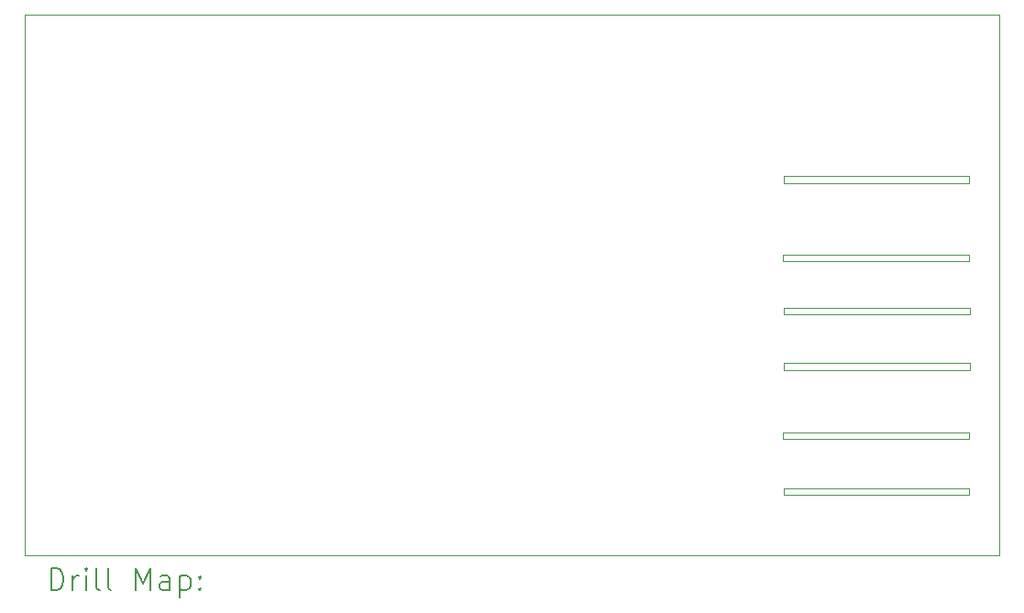
<source format=gbr>
%TF.GenerationSoftware,KiCad,Pcbnew,7.0.1*%
%TF.CreationDate,2023-06-22T15:14:29+02:00*%
%TF.ProjectId,CaptorBoard,43617074-6f72-4426-9f61-72642e6b6963,rev?*%
%TF.SameCoordinates,Original*%
%TF.FileFunction,Drillmap*%
%TF.FilePolarity,Positive*%
%FSLAX45Y45*%
G04 Gerber Fmt 4.5, Leading zero omitted, Abs format (unit mm)*
G04 Created by KiCad (PCBNEW 7.0.1) date 2023-06-22 15:14:29*
%MOMM*%
%LPD*%
G01*
G04 APERTURE LIST*
%ADD10C,0.100000*%
%ADD11C,0.200000*%
G04 APERTURE END LIST*
D10*
X9500000Y-5000000D02*
X18500000Y-5000000D01*
X16508030Y-7706360D02*
X18223930Y-7706360D01*
X18223930Y-7766360D01*
X16508030Y-7766360D01*
X16508030Y-7706360D01*
X9500000Y-10000000D02*
X9500000Y-5000000D01*
X18500000Y-10000000D02*
X9500000Y-10000000D01*
X16508030Y-8221980D02*
X18223930Y-8221980D01*
X18223930Y-8281980D01*
X16508030Y-8281980D01*
X16508030Y-8221980D01*
X18500000Y-5000000D02*
X18500000Y-10000000D01*
X16504220Y-7221220D02*
X18220120Y-7221220D01*
X18220120Y-7281220D01*
X16504220Y-7281220D01*
X16504220Y-7221220D01*
X16502950Y-8863020D02*
X18218850Y-8863020D01*
X18218850Y-8923020D01*
X16502950Y-8923020D01*
X16502950Y-8863020D01*
X16505490Y-9373560D02*
X18221390Y-9373560D01*
X18221390Y-9433560D01*
X16505490Y-9433560D01*
X16505490Y-9373560D01*
X16505490Y-6494780D02*
X18221390Y-6494780D01*
X18221390Y-6554780D01*
X16505490Y-6554780D01*
X16505490Y-6494780D01*
D11*
X9742619Y-10317524D02*
X9742619Y-10117524D01*
X9742619Y-10117524D02*
X9790238Y-10117524D01*
X9790238Y-10117524D02*
X9818810Y-10127048D01*
X9818810Y-10127048D02*
X9837857Y-10146095D01*
X9837857Y-10146095D02*
X9847381Y-10165143D01*
X9847381Y-10165143D02*
X9856905Y-10203238D01*
X9856905Y-10203238D02*
X9856905Y-10231810D01*
X9856905Y-10231810D02*
X9847381Y-10269905D01*
X9847381Y-10269905D02*
X9837857Y-10288952D01*
X9837857Y-10288952D02*
X9818810Y-10308000D01*
X9818810Y-10308000D02*
X9790238Y-10317524D01*
X9790238Y-10317524D02*
X9742619Y-10317524D01*
X9942619Y-10317524D02*
X9942619Y-10184190D01*
X9942619Y-10222286D02*
X9952143Y-10203238D01*
X9952143Y-10203238D02*
X9961667Y-10193714D01*
X9961667Y-10193714D02*
X9980714Y-10184190D01*
X9980714Y-10184190D02*
X9999762Y-10184190D01*
X10066429Y-10317524D02*
X10066429Y-10184190D01*
X10066429Y-10117524D02*
X10056905Y-10127048D01*
X10056905Y-10127048D02*
X10066429Y-10136571D01*
X10066429Y-10136571D02*
X10075952Y-10127048D01*
X10075952Y-10127048D02*
X10066429Y-10117524D01*
X10066429Y-10117524D02*
X10066429Y-10136571D01*
X10190238Y-10317524D02*
X10171190Y-10308000D01*
X10171190Y-10308000D02*
X10161667Y-10288952D01*
X10161667Y-10288952D02*
X10161667Y-10117524D01*
X10295000Y-10317524D02*
X10275952Y-10308000D01*
X10275952Y-10308000D02*
X10266429Y-10288952D01*
X10266429Y-10288952D02*
X10266429Y-10117524D01*
X10523571Y-10317524D02*
X10523571Y-10117524D01*
X10523571Y-10117524D02*
X10590238Y-10260381D01*
X10590238Y-10260381D02*
X10656905Y-10117524D01*
X10656905Y-10117524D02*
X10656905Y-10317524D01*
X10837857Y-10317524D02*
X10837857Y-10212762D01*
X10837857Y-10212762D02*
X10828333Y-10193714D01*
X10828333Y-10193714D02*
X10809286Y-10184190D01*
X10809286Y-10184190D02*
X10771190Y-10184190D01*
X10771190Y-10184190D02*
X10752143Y-10193714D01*
X10837857Y-10308000D02*
X10818810Y-10317524D01*
X10818810Y-10317524D02*
X10771190Y-10317524D01*
X10771190Y-10317524D02*
X10752143Y-10308000D01*
X10752143Y-10308000D02*
X10742619Y-10288952D01*
X10742619Y-10288952D02*
X10742619Y-10269905D01*
X10742619Y-10269905D02*
X10752143Y-10250857D01*
X10752143Y-10250857D02*
X10771190Y-10241333D01*
X10771190Y-10241333D02*
X10818810Y-10241333D01*
X10818810Y-10241333D02*
X10837857Y-10231810D01*
X10933095Y-10184190D02*
X10933095Y-10384190D01*
X10933095Y-10193714D02*
X10952143Y-10184190D01*
X10952143Y-10184190D02*
X10990238Y-10184190D01*
X10990238Y-10184190D02*
X11009286Y-10193714D01*
X11009286Y-10193714D02*
X11018810Y-10203238D01*
X11018810Y-10203238D02*
X11028333Y-10222286D01*
X11028333Y-10222286D02*
X11028333Y-10279429D01*
X11028333Y-10279429D02*
X11018810Y-10298476D01*
X11018810Y-10298476D02*
X11009286Y-10308000D01*
X11009286Y-10308000D02*
X10990238Y-10317524D01*
X10990238Y-10317524D02*
X10952143Y-10317524D01*
X10952143Y-10317524D02*
X10933095Y-10308000D01*
X11114048Y-10298476D02*
X11123571Y-10308000D01*
X11123571Y-10308000D02*
X11114048Y-10317524D01*
X11114048Y-10317524D02*
X11104524Y-10308000D01*
X11104524Y-10308000D02*
X11114048Y-10298476D01*
X11114048Y-10298476D02*
X11114048Y-10317524D01*
X11114048Y-10193714D02*
X11123571Y-10203238D01*
X11123571Y-10203238D02*
X11114048Y-10212762D01*
X11114048Y-10212762D02*
X11104524Y-10203238D01*
X11104524Y-10203238D02*
X11114048Y-10193714D01*
X11114048Y-10193714D02*
X11114048Y-10212762D01*
M02*

</source>
